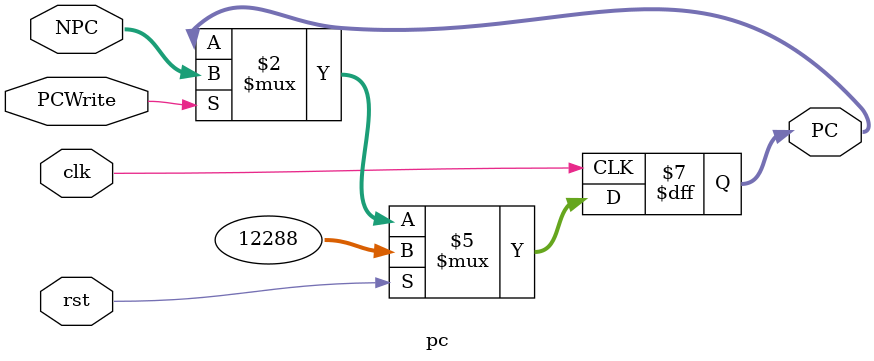
<source format=v>
module pc(clk, rst, PCWrite, NPC, PC);
    input clk, rst;
    input PCWrite;

    input [31:0] NPC;
    output reg [31:0] PC;

    always @ (negedge clk)
    begin
        if(rst)
            PC <= 32'h0000_3000;
        else if(PCWrite)
            PC <= NPC;
    end

    // initial
    //     begin
    //       $display("cp");
    //     end
endmodule //pc
</source>
